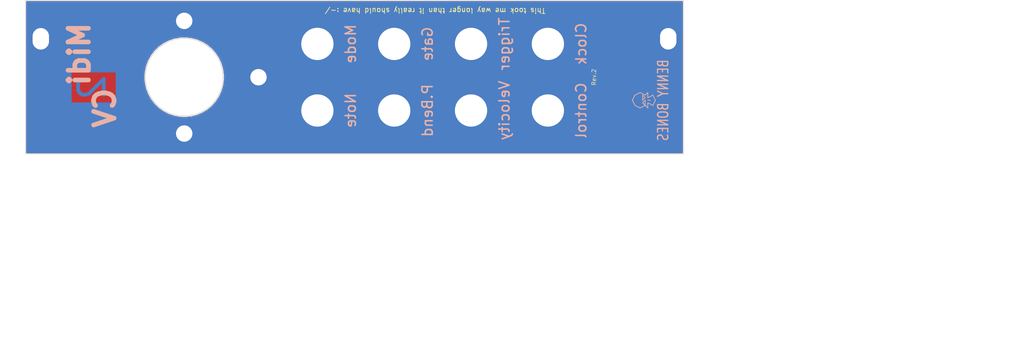
<source format=kicad_pcb>
(kicad_pcb (version 20171130) (host pcbnew "(5.1.4)-1")

  (general
    (thickness 1.6)
    (drawings 55)
    (tracks 0)
    (zones 0)
    (modules 13)
    (nets 2)
  )

  (page A4)
  (layers
    (0 F.Cu signal)
    (31 B.Cu signal)
    (32 B.Adhes user)
    (33 F.Adhes user)
    (34 B.Paste user)
    (35 F.Paste user)
    (36 B.SilkS user)
    (37 F.SilkS user)
    (38 B.Mask user)
    (39 F.Mask user)
    (40 Dwgs.User user)
    (41 Cmts.User user)
    (42 Eco1.User user)
    (43 Eco2.User user)
    (44 Edge.Cuts user)
    (45 Margin user)
    (46 B.CrtYd user)
    (47 F.CrtYd user)
    (48 B.Fab user)
    (49 F.Fab user)
  )

  (setup
    (last_trace_width 0.25)
    (user_trace_width 0.35)
    (trace_clearance 0.2)
    (zone_clearance 0.4)
    (zone_45_only no)
    (trace_min 0.2)
    (via_size 0.8)
    (via_drill 0.4)
    (via_min_size 0.4)
    (via_min_drill 0.3)
    (uvia_size 0.3)
    (uvia_drill 0.1)
    (uvias_allowed no)
    (uvia_min_size 0.2)
    (uvia_min_drill 0.1)
    (edge_width 0.1)
    (segment_width 0.2)
    (pcb_text_width 0.3)
    (pcb_text_size 1.5 1.5)
    (mod_edge_width 0.15)
    (mod_text_size 1 1)
    (mod_text_width 0.15)
    (pad_size 1.05 2)
    (pad_drill 0.75)
    (pad_to_mask_clearance 0)
    (aux_axis_origin 0 0)
    (visible_elements 7FFFFFFF)
    (pcbplotparams
      (layerselection 0x010fc_ffffffff)
      (usegerberextensions false)
      (usegerberattributes false)
      (usegerberadvancedattributes false)
      (creategerberjobfile false)
      (excludeedgelayer true)
      (linewidth 0.100000)
      (plotframeref false)
      (viasonmask false)
      (mode 1)
      (useauxorigin false)
      (hpglpennumber 1)
      (hpglpenspeed 20)
      (hpglpendiameter 15.000000)
      (psnegative false)
      (psa4output false)
      (plotreference true)
      (plotvalue true)
      (plotinvisibletext false)
      (padsonsilk false)
      (subtractmaskfromsilk false)
      (outputformat 1)
      (mirror false)
      (drillshape 0)
      (scaleselection 1)
      (outputdirectory "Plots/"))
  )

  (net 0 "")
  (net 1 GND)

  (net_class Default "This is the default net class."
    (clearance 0.2)
    (trace_width 0.25)
    (via_dia 0.8)
    (via_drill 0.4)
    (uvia_dia 0.3)
    (uvia_drill 0.1)
    (add_net GND)
  )

  (module MyCustomPartsLibrary:3.2mm_Hole (layer B.Cu) (tedit 5ECA816E) (tstamp 5ECAD30E)
    (at 110 114)
    (fp_text reference REF** (at 0 -0.5) (layer B.Fab)
      (effects (font (size 1 1) (thickness 0.15)) (justify mirror))
    )
    (fp_text value 3.2mm_Hole (at 0 0.5) (layer B.Fab)
      (effects (font (size 1 1) (thickness 0.15)) (justify mirror))
    )
    (pad 1 thru_hole circle (at 0 0) (size 4.2 4.2) (drill 3.2) (layers *.Cu *.Mask)
      (net 1 GND))
  )

  (module MyCustomPartsLibrary:3.2mm_Hole (layer B.Cu) (tedit 5F12BCEC) (tstamp 5ECAD30E)
    (at 204.5 117.5)
    (fp_text reference REF** (at 0 -0.5) (layer B.Fab)
      (effects (font (size 1 1) (thickness 0.15)) (justify mirror))
    )
    (fp_text value 3.2mm_Hole (at 0 0.5) (layer B.Fab)
      (effects (font (size 1 1) (thickness 0.15)) (justify mirror))
    )
    (pad 1 thru_hole oval (at 0 0) (size 4.2 5.2) (drill oval 3.2 4.2) (layers *.Cu *.Mask)
      (net 1 GND))
  )

  (module MyCustomPartsLibrary:3.2mm_Hole (layer B.Cu) (tedit 5ECA817B) (tstamp 5ECAD30E)
    (at 110 136)
    (fp_text reference REF** (at 0 -0.5) (layer B.Fab)
      (effects (font (size 1 1) (thickness 0.15)) (justify mirror))
    )
    (fp_text value 3.2mm_Hole (at 0 0.5) (layer B.Fab)
      (effects (font (size 1 1) (thickness 0.15)) (justify mirror))
    )
    (pad 1 thru_hole circle (at 0 0) (size 4.2 4.2) (drill 3.2) (layers *.Cu *.Mask)
      (net 1 GND))
  )

  (module MyCustomPartsLibrary:3.2mm_Hole (layer B.Cu) (tedit 5F12BCD6) (tstamp 5ECAD28D)
    (at 82 117.5)
    (fp_text reference REF** (at 0 -0.5) (layer B.Fab)
      (effects (font (size 1 1) (thickness 0.15)) (justify mirror))
    )
    (fp_text value 3.2mm_Hole (at 0 0.5) (layer B.Fab)
      (effects (font (size 1 1) (thickness 0.15)) (justify mirror))
    )
    (pad 1 thru_hole oval (at 0 0) (size 4.2 5.2) (drill oval 3.2 4.2) (layers *.Cu *.Mask)
      (net 1 GND))
  )

  (module MyCustomPartsLibrary:7.3mm_Hole (layer B.Cu) (tedit 5F12BBF9) (tstamp 5ECAD274)
    (at 136 118.5)
    (fp_text reference REF** (at 0 -0.5) (layer B.Fab)
      (effects (font (size 1 1) (thickness 0.15)) (justify mirror))
    )
    (fp_text value 7.3mm_Hole (at 0 0.5) (layer B.Fab)
      (effects (font (size 1 1) (thickness 0.15)) (justify mirror))
    )
    (pad 1 thru_hole circle (at 0 0) (size 8 8) (drill 6.3) (layers *.Cu *.Mask)
      (net 1 GND))
  )

  (module MyCustomPartsLibrary:3.5mJackHole-6.15mmhole (layer B.Cu) (tedit 5ECA7F00) (tstamp 5ECC59BC)
    (at 151 118.5)
    (fp_text reference REF** (at 0 -0.5) (layer B.Fab)
      (effects (font (size 1 1) (thickness 0.15)) (justify mirror))
    )
    (fp_text value 3.5mJackHole-6.15mmhole (at 0 0.5) (layer B.Fab)
      (effects (font (size 1 1) (thickness 0.15)) (justify mirror))
    )
    (pad 1 thru_hole circle (at 0 0) (size 8 8) (drill 6.3) (layers *.Cu *.Mask)
      (net 1 GND))
  )

  (module MyCustomPartsLibrary:3.2mm_Hole (layer B.Cu) (tedit 5ECA8185) (tstamp 5ECAD30E)
    (at 124.5 125)
    (fp_text reference REF** (at 0 -0.5) (layer B.Fab)
      (effects (font (size 1 1) (thickness 0.15)) (justify mirror))
    )
    (fp_text value 3.2mm_Hole (at 0 0.5) (layer B.Fab)
      (effects (font (size 1 1) (thickness 0.15)) (justify mirror))
    )
    (pad 1 thru_hole circle (at 0 0) (size 4.2 4.2) (drill 3.2) (layers *.Cu *.Mask)
      (net 1 GND))
  )

  (module MyCustomPartsLibrary:3.5mJackHole-6.15mmhole (layer B.Cu) (tedit 5ECA7EE9) (tstamp 5ECC59BC)
    (at 181 118.5)
    (fp_text reference REF** (at 0 -0.5) (layer B.Fab)
      (effects (font (size 1 1) (thickness 0.15)) (justify mirror))
    )
    (fp_text value 3.5mJackHole-6.15mmhole (at 0 0.5) (layer B.Fab)
      (effects (font (size 1 1) (thickness 0.15)) (justify mirror))
    )
    (pad 1 thru_hole circle (at 0 0) (size 8 8) (drill 6.3) (layers *.Cu *.Mask)
      (net 1 GND))
  )

  (module MyCustomPartsLibrary:3.5mJackHole-6.15mmhole (layer B.Cu) (tedit 5ECA7EDF) (tstamp 5ECC5941)
    (at 136 131.5)
    (fp_text reference REF** (at 0 -0.5) (layer B.Fab)
      (effects (font (size 1 1) (thickness 0.15)) (justify mirror))
    )
    (fp_text value 3.5mJackHole-6.15mmhole (at 0 0.5) (layer B.Fab)
      (effects (font (size 1 1) (thickness 0.15)) (justify mirror))
    )
    (pad 1 thru_hole circle (at 0 0) (size 8 8) (drill 6.3) (layers *.Cu *.Mask)
      (net 1 GND))
  )

  (module MyCustomPartsLibrary:3.5mJackHole-6.15mmhole (layer B.Cu) (tedit 5ECA7EF1) (tstamp 5ECC59BC)
    (at 166 118.5)
    (fp_text reference REF** (at 0 -0.5) (layer B.Fab)
      (effects (font (size 1 1) (thickness 0.15)) (justify mirror))
    )
    (fp_text value 3.5mJackHole-6.15mmhole (at 0 0.5) (layer B.Fab)
      (effects (font (size 1 1) (thickness 0.15)) (justify mirror))
    )
    (pad 1 thru_hole circle (at 0 0) (size 8 8) (drill 6.3) (layers *.Cu *.Mask)
      (net 1 GND))
  )

  (module MyCustomPartsLibrary:3.5mJackHole-6.15mmhole (layer B.Cu) (tedit 5ECA7ECC) (tstamp 5ECC59BC)
    (at 166 131.5)
    (fp_text reference REF** (at 0 -0.5) (layer B.Fab)
      (effects (font (size 1 1) (thickness 0.15)) (justify mirror))
    )
    (fp_text value 3.5mJackHole-6.15mmhole (at 0 0.5) (layer B.Fab)
      (effects (font (size 1 1) (thickness 0.15)) (justify mirror))
    )
    (pad 1 thru_hole circle (at 0 0) (size 8 8) (drill 6.3) (layers *.Cu *.Mask)
      (net 1 GND))
  )

  (module MyCustomPartsLibrary:3.5mJackHole-6.15mmhole (layer B.Cu) (tedit 5ECA7ED3) (tstamp 5ECC59BC)
    (at 151 131.5)
    (fp_text reference REF** (at 0 -0.5) (layer B.Fab)
      (effects (font (size 1 1) (thickness 0.15)) (justify mirror))
    )
    (fp_text value 3.5mJackHole-6.15mmhole (at 0 0.5) (layer B.Fab)
      (effects (font (size 1 1) (thickness 0.15)) (justify mirror))
    )
    (pad 1 thru_hole circle (at 0 0) (size 8 8) (drill 6.3) (layers *.Cu *.Mask)
      (net 1 GND))
  )

  (module MyCustomPartsLibrary:3.5mJackHole-6.15mmhole (layer B.Cu) (tedit 5ECA7EBA) (tstamp 5ECC59BC)
    (at 181 131.5)
    (fp_text reference REF** (at 0 -0.5) (layer B.Fab)
      (effects (font (size 1 1) (thickness 0.15)) (justify mirror))
    )
    (fp_text value 3.5mJackHole-6.15mmhole (at 0 0.5) (layer B.Fab)
      (effects (font (size 1 1) (thickness 0.15)) (justify mirror))
    )
    (pad 1 thru_hole circle (at 0 0) (size 8 8) (drill 6.3) (layers *.Cu *.Mask)
      (net 1 GND))
  )

  (gr_line (start 200 130.5) (end 200.5 131) (layer B.SilkS) (width 0.15))
  (gr_line (start 199.5 130) (end 200 130.5) (layer B.SilkS) (width 0.15) (tstamp 5ECAE3F3))
  (gr_line (start 201.5 130.5) (end 202 129.5) (layer B.SilkS) (width 0.15))
  (gr_line (start 200.5 129.5) (end 201 129.5) (layer B.SilkS) (width 0.15))
  (gr_poly (pts (xy 200 128.5) (xy 199 128) (xy 198 128.5) (xy 197.5 129.5) (xy 198 130.5) (xy 199 131) (xy 200 130.5) (xy 199.5 130) (xy 200 129.5) (xy 200 129) (xy 199.5 129.5) (xy 199.5 128.5) (xy 200 129)) (layer B.Mask) (width 0.1))
  (gr_line (start 202 129.5) (end 201.5 128.5) (layer B.SilkS) (width 0.15))
  (gr_line (start 200 129.5) (end 199.5 130) (layer B.SilkS) (width 0.15))
  (gr_line (start 200 129.5) (end 200 130.5) (layer B.SilkS) (width 0.15) (tstamp 5ECAE3F4))
  (gr_line (start 199.5 128.5) (end 200 129) (layer B.SilkS) (width 0.15) (tstamp 5ECAE3F2))
  (gr_line (start 200 129) (end 199.5 129.5) (layer B.SilkS) (width 0.15))
  (gr_line (start 199.5 129.5) (end 199.5 128.5) (layer B.SilkS) (width 0.15))
  (gr_line (start 201.5 128.5) (end 200.5 129) (layer B.SilkS) (width 0.15) (tstamp 5ECAE3F1))
  (gr_poly (pts (xy 200 128.5) (xy 200.5 128) (xy 200.5 129) (xy 201.5 128.5) (xy 202 129.5) (xy 201.5 130.5) (xy 200.5 130) (xy 200.5 131) (xy 200 130.5)) (layer B.Mask) (width 0.1))
  (gr_line (start 200.5 130) (end 201.5 130.5) (layer B.SilkS) (width 0.15))
  (gr_line (start 200.5 131) (end 200.5 130) (layer B.SilkS) (width 0.15))
  (gr_text 2 (at 92 127 90) (layer B.Cu) (tstamp 5ECA7C93)
    (effects (font (size 5 5) (thickness 0.7)) (justify mirror))
  )
  (gr_text Note (at 142.5 131.5 90) (layer B.SilkS)
    (effects (font (size 2 2) (thickness 0.3)) (justify mirror))
  )
  (gr_text Velocity (at 172.5 131.5 90) (layer B.SilkS)
    (effects (font (size 2 2) (thickness 0.3)) (justify mirror))
  )
  (gr_text Clock (at 187.5 118.5 90) (layer B.SilkS)
    (effects (font (size 2 2) (thickness 0.3)) (justify mirror))
  )
  (gr_text Gate (at 157.5 118.5 90) (layer B.SilkS)
    (effects (font (size 2 2) (thickness 0.3)) (justify mirror))
  )
  (gr_text "L\n\n+\n\n-" (at 136 112 90) (layer B.Mask)
    (effects (font (size 1.3 1.5) (thickness 0.3)) (justify mirror))
  )
  (gr_text P.Bend (at 157.5 131.5 90) (layer B.SilkS)
    (effects (font (size 2 2) (thickness 0.3)) (justify mirror))
  )
  (gr_text Control (at 187.5 131.5 90) (layer B.SilkS)
    (effects (font (size 2 2) (thickness 0.3)) (justify mirror))
  )
  (gr_text AUDIO (at 205 129 90) (layer B.Mask)
    (effects (font (size 1 1.5) (thickness 0.2)) (justify mirror))
  )
  (gr_text Trigger (at 172.5 118.5 90) (layer B.SilkS)
    (effects (font (size 2 2) (thickness 0.3)) (justify mirror))
  )
  (gr_text "This took me way longer than it really should have :-/" (at 159 112 180) (layer F.SilkS)
    (effects (font (size 1 1) (thickness 0.15)))
  )
  (gr_text 2 (at 92 127 90) (layer B.Mask)
    (effects (font (size 5 5) (thickness 1.25)) (justify mirror))
  )
  (gr_text CV (at 94.5 131 90) (layer B.SilkS)
    (effects (font (size 4 4) (thickness 0.9)) (justify mirror))
  )
  (gr_text Midi (at 89.5 120.5 90) (layer B.SilkS)
    (effects (font (size 4 4) (thickness 0.9)) (justify mirror))
  )
  (gr_text "BENNY BONES" (at 203.5 129.5 90) (layer B.SilkS)
    (effects (font (size 2 1.5) (thickness 0.25)) (justify mirror))
  )
  (gr_text Mode (at 142.5 118.5 90) (layer B.SilkS)
    (effects (font (size 2 2) (thickness 0.3)) (justify mirror))
  )
  (gr_text Rev.2 (at 190 125 90) (layer F.SilkS) (tstamp 5F12CF61)
    (effects (font (size 0.8 0.8) (thickness 0.1)))
  )
  (gr_line (start 200.5 129) (end 200.5 128) (layer B.SilkS) (width 0.15))
  (dimension 11 (width 0.15) (layer B.Fab)
    (gr_text "11.000 mm" (at 202 139.7) (layer B.Fab)
      (effects (font (size 1 1) (thickness 0.15)))
    )
    (feature1 (pts (xy 196.5 141.5) (xy 196.5 140.413579)))
    (feature2 (pts (xy 207.5 141.5) (xy 207.5 140.413579)))
    (crossbar (pts (xy 207.5 141) (xy 196.5 141)))
    (arrow1a (pts (xy 196.5 141) (xy 197.626504 141.586421)))
    (arrow1b (pts (xy 196.5 141) (xy 197.626504 140.413579)))
    (arrow2a (pts (xy 207.5 141) (xy 206.373496 141.586421)))
    (arrow2b (pts (xy 207.5 141) (xy 206.373496 140.413579)))
  )
  (gr_line (start 200 128.5) (end 199 128) (layer B.SilkS) (width 0.15))
  (gr_line (start 199 128) (end 198 128.5) (layer B.SilkS) (width 0.15))
  (gr_line (start 198 130.5) (end 199 131) (layer B.SilkS) (width 0.15))
  (gr_line (start 198 128.5) (end 197.5 129.5) (layer B.SilkS) (width 0.15))
  (dimension 11 (width 0.15) (layer B.Fab)
    (gr_text "11.000 mm" (at 84.5 140.7) (layer B.Fab)
      (effects (font (size 1 1) (thickness 0.15)))
    )
    (feature1 (pts (xy 90 142) (xy 90 141.413579)))
    (feature2 (pts (xy 79 142) (xy 79 141.413579)))
    (crossbar (pts (xy 79 142) (xy 90 142)))
    (arrow1a (pts (xy 90 142) (xy 88.873496 141.413579)))
    (arrow1b (pts (xy 90 142) (xy 88.873496 142.586421)))
    (arrow2a (pts (xy 79 142) (xy 80.126504 141.413579)))
    (arrow2b (pts (xy 79 142) (xy 80.126504 142.586421)))
  )
  (gr_line (start 199 131) (end 200 130.5) (layer B.SilkS) (width 0.15))
  (gr_line (start 197.5 129.5) (end 198 130.5) (layer B.SilkS) (width 0.15))
  (gr_line (start 200.5 128) (end 200 128.5) (layer B.SilkS) (width 0.15))
  (dimension 3 (width 0.15) (layer F.Fab)
    (gr_text "3.000 mm" (at 80.5 142.8) (layer F.Fab)
      (effects (font (size 1 1) (thickness 0.15)))
    )
    (feature1 (pts (xy 82 141) (xy 82 142.086421)))
    (feature2 (pts (xy 79 141) (xy 79 142.086421)))
    (crossbar (pts (xy 79 141.5) (xy 82 141.5)))
    (arrow1a (pts (xy 82 141.5) (xy 80.873496 142.086421)))
    (arrow1b (pts (xy 82 141.5) (xy 80.873496 140.913579)))
    (arrow2a (pts (xy 79 141.5) (xy 80.126504 142.086421)))
    (arrow2b (pts (xy 79 141.5) (xy 80.126504 140.913579)))
  )
  (gr_circle (center 110 125) (end 117.6 125) (layer Edge.Cuts) (width 0.15) (tstamp 5ECA73EF))
  (dimension 7.5 (width 0.15) (layer B.Fab)
    (gr_text "7.500 mm" (at 77.7 113.75 -90) (layer B.Fab)
      (effects (font (size 1 1) (thickness 0.15)))
    )
    (feature1 (pts (xy 79.5 117.5) (xy 78.413579 117.5)))
    (feature2 (pts (xy 79.5 110) (xy 78.413579 110)))
    (crossbar (pts (xy 79 110) (xy 79 117.5)))
    (arrow1a (pts (xy 79 117.5) (xy 79.586421 116.373496)))
    (arrow1b (pts (xy 79 117.5) (xy 78.413579 116.373496)))
    (arrow2a (pts (xy 79 110) (xy 79.586421 111.126504)))
    (arrow2b (pts (xy 79 110) (xy 78.413579 111.126504)))
  )
  (dimension 8.5 (width 0.15) (layer F.Fab) (tstamp 5ECA73E0)
    (gr_text "8.500 mm" (at 214.3 135.75 90) (layer F.Fab) (tstamp 5ECA73E0)
      (effects (font (size 1 1) (thickness 0.15)))
    )
    (feature1 (pts (xy 213 131.5) (xy 213.586421 131.5)))
    (feature2 (pts (xy 213 140) (xy 213.586421 140)))
    (crossbar (pts (xy 213 140) (xy 213 131.5)))
    (arrow1a (pts (xy 213 131.5) (xy 213.586421 132.626504)))
    (arrow1b (pts (xy 213 131.5) (xy 212.413579 132.626504)))
    (arrow2a (pts (xy 213 140) (xy 213.586421 138.873496)))
    (arrow2b (pts (xy 213 140) (xy 212.413579 138.873496)))
  )
  (gr_line (start 207.5 110) (end 79 110) (layer Edge.Cuts) (width 0.1))
  (dimension 8.5 (width 0.15) (layer F.Fab) (tstamp 5ECA73DC)
    (gr_text "8.500 mm" (at 214.3 114.25 90) (layer F.Fab) (tstamp 5ECA73DC)
      (effects (font (size 1 1) (thickness 0.15)))
    )
    (feature1 (pts (xy 213 110) (xy 213.586421 110)))
    (feature2 (pts (xy 213 118.5) (xy 213.586421 118.5)))
    (crossbar (pts (xy 213 118.5) (xy 213 110)))
    (arrow1a (pts (xy 213 110) (xy 213.586421 111.126504)))
    (arrow1b (pts (xy 213 110) (xy 212.413579 111.126504)))
    (arrow2a (pts (xy 213 118.5) (xy 213.586421 117.373496)))
    (arrow2b (pts (xy 213 118.5) (xy 212.413579 117.373496)))
  )
  (dimension 25 (width 0.15) (layer F.Fab) (tstamp 5ECA73DA)
    (gr_text "25.000 mm" (at 220.8 125 270) (layer F.Fab) (tstamp 5ECA73DA)
      (effects (font (size 1 1) (thickness 0.15)))
    )
    (feature1 (pts (xy 216 137.5) (xy 220.086421 137.5)))
    (feature2 (pts (xy 216 112.5) (xy 220.086421 112.5)))
    (crossbar (pts (xy 219.5 112.5) (xy 219.5 137.5)))
    (arrow1a (pts (xy 219.5 137.5) (xy 218.913579 136.373496)))
    (arrow1b (pts (xy 219.5 137.5) (xy 220.086421 136.373496)))
    (arrow2a (pts (xy 219.5 112.5) (xy 218.913579 113.626504)))
    (arrow2b (pts (xy 219.5 112.5) (xy 220.086421 113.626504)))
  )
  (gr_line (start 207.5 140) (end 207.5 110) (layer Edge.Cuts) (width 0.1))
  (gr_line (start 79 140) (end 207.5 140) (layer Edge.Cuts) (width 0.1))
  (dimension 13 (width 0.15) (layer F.Fab) (tstamp 5ECA73DE)
    (gr_text "13.000 mm" (at 214.3 125 90) (layer F.Fab) (tstamp 5ECA73DE)
      (effects (font (size 1 1) (thickness 0.15)))
    )
    (feature1 (pts (xy 213 118.5) (xy 213.586421 118.5)))
    (feature2 (pts (xy 213 131.5) (xy 213.586421 131.5)))
    (crossbar (pts (xy 213 131.5) (xy 213 118.5)))
    (arrow1a (pts (xy 213 118.5) (xy 213.586421 119.626504)))
    (arrow1b (pts (xy 213 118.5) (xy 212.413579 119.626504)))
    (arrow2a (pts (xy 213 131.5) (xy 213.586421 130.373496)))
    (arrow2b (pts (xy 213 131.5) (xy 212.413579 130.373496)))
  )
  (gr_line (start 79 110) (end 79 140) (layer Edge.Cuts) (width 0.1))
  (dimension 128.5 (width 0.15) (layer F.Fab)
    (gr_text "128.500 mm" (at 143.25 145.8) (layer F.Fab)
      (effects (font (size 1 1) (thickness 0.15)))
    )
    (feature1 (pts (xy 207.5 143.5) (xy 207.5 145.086421)))
    (feature2 (pts (xy 79 143.5) (xy 79 145.086421)))
    (crossbar (pts (xy 79 144.5) (xy 207.5 144.5)))
    (arrow1a (pts (xy 207.5 144.5) (xy 206.373496 145.086421)))
    (arrow1b (pts (xy 207.5 144.5) (xy 206.373496 143.913579)))
    (arrow2a (pts (xy 79 144.5) (xy 80.126504 145.086421)))
    (arrow2b (pts (xy 79 144.5) (xy 80.126504 143.913579)))
  )
  (gr_text "Rev.2: front panel: midi hole size corrected, switch hole corrected.\nmid panel: LED wiring fixed, switch leg holes elongated,\n connector wholes alligned.\nback panel: connectors alligned, LED wiring fixed,\n resistor size fixed, power connector moved more central,\n 0.1uF cap near power moved for more space, 78L05 pads enlarged." (at 233.7 173.6) (layer F.Fab)
    (effects (font (size 1.5 1.5) (thickness 0.3)))
  )

  (zone (net 1) (net_name GND) (layer F.Cu) (tstamp 5F65EF21) (hatch edge 0.508)
    (connect_pads yes (clearance 0.1))
    (min_thickness 0.254)
    (fill yes (arc_segments 32) (thermal_gap 0.508) (thermal_bridge_width 0.508))
    (polygon
      (pts
        (xy 79 140) (xy 79 110) (xy 207.5 110) (xy 207.5 140)
      )
    )
    (filled_polygon
      (pts
        (xy 207.223 139.723) (xy 79.277 139.723) (xy 79.277 125) (xy 102.078 125) (xy 102.162422 126.153452)
        (xy 102.413888 127.282321) (xy 102.827039 128.362546) (xy 103.393069 129.371104) (xy 104.099915 130.2865) (xy 104.93251 131.089223)
        (xy 105.873111 131.762164) (xy 106.901668 132.290982) (xy 107.996262 132.664406) (xy 109.133561 132.874476) (xy 110.289327 132.916715)
        (xy 111.438927 132.790223) (xy 112.557859 132.497696) (xy 113.622274 132.045369) (xy 114.609486 131.442881) (xy 115.498456 130.703075)
        (xy 116.270235 129.841718) (xy 116.908375 128.877168) (xy 117.399276 127.829983) (xy 117.732473 126.722482) (xy 117.900866 125.578269)
        (xy 117.900866 124.421731) (xy 117.732473 123.277518) (xy 117.399276 122.170017) (xy 116.908375 121.122832) (xy 116.270235 120.158282)
        (xy 115.498456 119.296925) (xy 114.609486 118.557119) (xy 113.622274 117.954631) (xy 112.557859 117.502304) (xy 111.438927 117.209777)
        (xy 110.289327 117.083285) (xy 109.133561 117.125524) (xy 107.996262 117.335594) (xy 106.901668 117.709018) (xy 105.873111 118.237836)
        (xy 104.93251 118.910777) (xy 104.099915 119.7135) (xy 103.393069 120.628896) (xy 102.827039 121.637454) (xy 102.413888 122.717679)
        (xy 102.162422 123.846548) (xy 102.078 125) (xy 79.277 125) (xy 79.277 110.277) (xy 207.223001 110.277)
      )
    )
  )
  (zone (net 1) (net_name GND) (layer B.Cu) (tstamp 5F65EF24) (hatch edge 0.508)
    (connect_pads yes (clearance 0.1))
    (min_thickness 0.254)
    (fill yes (arc_segments 32) (thermal_gap 0.508) (thermal_bridge_width 0.508))
    (polygon
      (pts
        (xy 79 140) (xy 79 110) (xy 207.5 110) (xy 207.5 140)
      )
    )
    (filled_polygon
      (pts
        (xy 207.223 139.723) (xy 79.277 139.723) (xy 79.277 123.942047) (xy 87.898 123.942047) (xy 87.898 130.057952)
        (xy 96.752 130.057952) (xy 96.752 125) (xy 102.078 125) (xy 102.162422 126.153452) (xy 102.413888 127.282321)
        (xy 102.827039 128.362546) (xy 103.393069 129.371104) (xy 104.099915 130.2865) (xy 104.93251 131.089223) (xy 105.873111 131.762164)
        (xy 106.901668 132.290982) (xy 107.996262 132.664406) (xy 109.133561 132.874476) (xy 110.289327 132.916715) (xy 111.438927 132.790223)
        (xy 112.557859 132.497696) (xy 113.622274 132.045369) (xy 114.609486 131.442881) (xy 115.498456 130.703075) (xy 116.270235 129.841718)
        (xy 116.908375 128.877168) (xy 117.399276 127.829983) (xy 117.732473 126.722482) (xy 117.900866 125.578269) (xy 117.900866 124.421731)
        (xy 117.732473 123.277518) (xy 117.399276 122.170017) (xy 116.908375 121.122832) (xy 116.270235 120.158282) (xy 115.498456 119.296925)
        (xy 114.609486 118.557119) (xy 113.622274 117.954631) (xy 112.557859 117.502304) (xy 111.438927 117.209777) (xy 110.289327 117.083285)
        (xy 109.133561 117.125524) (xy 107.996262 117.335594) (xy 106.901668 117.709018) (xy 105.873111 118.237836) (xy 104.93251 118.910777)
        (xy 104.099915 119.7135) (xy 103.393069 120.628896) (xy 102.827039 121.637454) (xy 102.413888 122.717679) (xy 102.162422 123.846548)
        (xy 102.078 125) (xy 96.752 125) (xy 96.752 123.942047) (xy 87.898 123.942047) (xy 79.277 123.942047)
        (xy 79.277 110.277) (xy 207.223001 110.277)
      )
    )
  )
)

</source>
